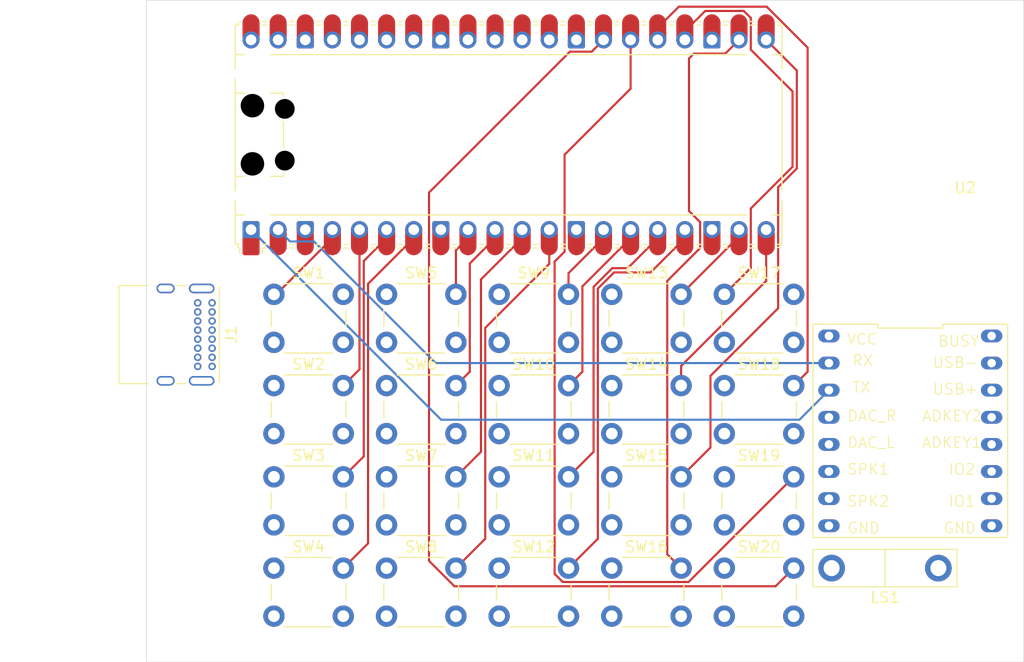
<source format=kicad_pcb>
(kicad_pcb (version 20241229) (generator "pcbnew") (generator_version "9.0")
  (layers (0 "F.Cu" signal) (4 "In1.Cu" signal) (6 "In2.Cu" signal) (2 "B.Cu" signal) (13 "F.Paste" user) (15 "B.Paste" user) (5 "F.SilkS" user "F.Silkscreen") (7 "B.SilkS" user "B.Silkscreen") (1 "F.Mask" user) (3 "B.Mask" user) (25 "Edge.Cuts" user))
  (net 0 "")
  (net 1 "GND1")
  (net 2 "SW6")
  (net 3 "SW18")
  (net 4 "Tx")
  (net 5 "SW1")
  (net 6 "VCC1")
  (net 8 "SW15")
  (net 11 "SW10")
  (net 12 "SW19")
  (net 13 "SW4")
  (net 14 "SW12")
  (net 15 "SW9")
  (net 17 "SW17")
  (net 19 "SW7")
  (net 20 "SW8")
  (net 22 "SW2")
  (net 23 "SW20")
  (net 24 "SW5")
  (net 25 "Rx")
  (net 26 "SW3")
  (net 29 "SW11")
  (net 30 "SW16")
  (net 31 "VCC")
  (net 32 "SW13")
  (net 33 "SW14")
  (net 38 "SPK2")
  (net 39 "SPK1")
  (footprint "Button_Switch_THT:SW_PUSH_6mm_H4.3mm" (layer "F.Cu") (at 135.95 76.1)
    (property "Reference" "SW2" (at 3.25 -2 0) (layer "F.SilkS"))
    (property "Value" "SW_Push")
    (pad "1" thru_hole circle (at 0 0 90) (size 2 2) (drill 1.1) (layers "*.Cu" "*.Mask") (net 22 "SW2"))
    (pad "1" thru_hole circle (at 6.5 0 90) (size 2 2) (drill 1.1) (layers "*.Cu" "*.Mask") (net 22 "SW2"))
    (pad "2" thru_hole circle (at 0 4.5 90) (size 2 2) (drill 1.1) (layers "*.Cu" "*.Mask") (net 1 "GND1"))
    (pad "2" thru_hole circle (at 6.5 4.5 90) (size 2 2) (drill 1.1) (layers "*.Cu" "*.Mask") (net 1 "GND1"))
  )
  (footprint "Button_Switch_THT:SW_PUSH_6mm_H4.3mm" (layer "F.Cu") (at 178.15 93.2)
    (property "Reference" "SW20" (at 3.25 -2 0) (layer "F.SilkS"))
    (property "Value" "SW_Push")
    (pad "1" thru_hole circle (at 0 0 90) (size 2 2) (drill 1.1) (layers "*.Cu" "*.Mask") (net 23 "SW20"))
    (pad "1" thru_hole circle (at 6.5 0 90) (size 2 2) (drill 1.1) (layers "*.Cu" "*.Mask") (net 23 "SW20"))
    (pad "2" thru_hole circle (at 0 4.5 90) (size 2 2) (drill 1.1) (layers "*.Cu" "*.Mask") (net 1 "GND1"))
    (pad "2" thru_hole circle (at 6.5 4.5 90) (size 2 2) (drill 1.1) (layers "*.Cu" "*.Mask") (net 1 "GND1"))
  )
  (footprint "Button_Switch_THT:SW_PUSH_6mm_H4.3mm" (layer "F.Cu") (at 167.6 76.1)
    (property "Reference" "SW14" (at 3.25 -2 0) (layer "F.SilkS"))
    (property "Value" "SW_Push")
    (pad "1" thru_hole circle (at 0 0 90) (size 2 2) (drill 1.1) (layers "*.Cu" "*.Mask") (net 33 "SW14"))
    (pad "1" thru_hole circle (at 6.5 0 90) (size 2 2) (drill 1.1) (layers "*.Cu" "*.Mask") (net 33 "SW14"))
    (pad "2" thru_hole circle (at 0 4.5 90) (size 2 2) (drill 1.1) (layers "*.Cu" "*.Mask") (net 1 "GND1"))
    (pad "2" thru_hole circle (at 6.5 4.5 90) (size 2 2) (drill 1.1) (layers "*.Cu" "*.Mask") (net 1 "GND1"))
  )
  (footprint "Button_Switch_THT:SW_PUSH_6mm_H4.3mm" (layer "F.Cu") (at 146.5 93.2)
    (property "Reference" "SW8" (at 3.25 -2 0) (layer "F.SilkS"))
    (property "Value" "SW_Push")
    (pad "1" thru_hole circle (at 0 0 90) (size 2 2) (drill 1.1) (layers "*.Cu" "*.Mask") (net 20 "SW8"))
    (pad "1" thru_hole circle (at 6.5 0 90) (size 2 2) (drill 1.1) (layers "*.Cu" "*.Mask") (net 20 "SW8"))
    (pad "2" thru_hole circle (at 0 4.5 90) (size 2 2) (drill 1.1) (layers "*.Cu" "*.Mask") (net 1 "GND1"))
    (pad "2" thru_hole circle (at 6.5 4.5 90) (size 2 2) (drill 1.1) (layers "*.Cu" "*.Mask") (net 1 "GND1"))
  )
  (footprint "Button_Switch_THT:SW_PUSH_6mm_H4.3mm" (layer "F.Cu") (at 135.95 93.2)
    (property "Reference" "SW4" (at 3.25 -2 0) (layer "F.SilkS"))
    (property "Value" "SW_Push")
    (pad "1" thru_hole circle (at 0 0 90) (size 2 2) (drill 1.1) (layers "*.Cu" "*.Mask") (net 13 "SW4"))
    (pad "1" thru_hole circle (at 6.5 0 90) (size 2 2) (drill 1.1) (layers "*.Cu" "*.Mask") (net 13 "SW4"))
    (pad "2" thru_hole circle (at 0 4.5 90) (size 2 2) (drill 1.1) (layers "*.Cu" "*.Mask") (net 1 "GND1"))
    (pad "2" thru_hole circle (at 6.5 4.5 90) (size 2 2) (drill 1.1) (layers "*.Cu" "*.Mask") (net 1 "GND1"))
  )
  (footprint "Button_Switch_THT:SW_PUSH_6mm_H4.3mm" (layer "F.Cu") (at 178.15 76.1)
    (property "Reference" "SW18" (at 3.25 -2 0) (layer "F.SilkS"))
    (property "Value" "SW_Push")
    (pad "1" thru_hole circle (at 0 0 90) (size 2 2) (drill 1.1) (layers "*.Cu" "*.Mask") (net 3 "SW18"))
    (pad "1" thru_hole circle (at 6.5 0 90) (size 2 2) (drill 1.1) (layers "*.Cu" "*.Mask") (net 3 "SW18"))
    (pad "2" thru_hole circle (at 0 4.5 90) (size 2 2) (drill 1.1) (layers "*.Cu" "*.Mask") (net 1 "GND1"))
    (pad "2" thru_hole circle (at 6.5 4.5 90) (size 2 2) (drill 1.1) (layers "*.Cu" "*.Mask") (net 1 "GND1"))
  )
  (footprint "Connector_USB:USB_C_Receptacle_GCT_USB4085" (layer "F.Cu") (at 130.16 68.35 -90)
    (property "Reference" "J1" (at 2.975 -1.8 90) (layer "F.SilkS"))
    (property "Value" "USB_C_Receptacle_PowerOnly_6P")
    (pad "A1" thru_hole circle (at 0 0 270) (size 0.7 0.7) (drill 0.4) (layers "*.Cu" "*.Mask"))
    (pad "A4" thru_hole circle (at 0.85 0 270) (size 0.7 0.7) (drill 0.4) (layers "*.Cu" "*.Mask"))
    (pad "A5" thru_hole circle (at 1.7 0 270) (size 0.7 0.7) (drill 0.4) (layers "*.Cu" "*.Mask"))
    (pad "A6" thru_hole circle (at 2.55 0 270) (size 0.7 0.7) (drill 0.4) (layers "*.Cu" "*.Mask"))
    (pad "A7" thru_hole circle (at 3.4 0 270) (size 0.7 0.7) (drill 0.4) (layers "*.Cu" "*.Mask"))
    (pad "A8" thru_hole circle (at 4.25 0 270) (size 0.7 0.7) (drill 0.4) (layers "*.Cu" "*.Mask"))
    (pad "A9" thru_hole circle (at 5.1 0 270) (size 0.7 0.7) (drill 0.4) (layers "*.Cu" "*.Mask") (net 6 "VCC1"))
    (pad "A12" thru_hole circle (at 5.95 0 270) (size 0.7 0.7) (drill 0.4) (layers "*.Cu" "*.Mask") (net 1 "GND1"))
    (pad "B1" thru_hole circle (at 5.95 1.35 270) (size 0.7 0.7) (drill 0.4) (layers "*.Cu" "*.Mask"))
    (pad "B4" thru_hole circle (at 5.1 1.35 270) (size 0.7 0.7) (drill 0.4) (layers "*.Cu" "*.Mask"))
    (pad "B5" thru_hole circle (at 4.25 1.35 270) (size 0.7 0.7) (drill 0.4) (layers "*.Cu" "*.Mask"))
    (pad "B6" thru_hole circle (at 3.4 1.35 270) (size 0.7 0.7) (drill 0.4) (layers "*.Cu" "*.Mask"))
    (pad "B7" thru_hole circle (at 2.55 1.35 270) (size 0.7 0.7) (drill 0.4) (layers "*.Cu" "*.Mask"))
    (pad "B8" thru_hole circle (at 1.7 1.35 270) (size 0.7 0.7) (drill 0.4) (layers "*.Cu" "*.Mask"))
    (pad "B9" thru_hole circle (at 0.85 1.35 270) (size 0.7 0.7) (drill 0.4) (layers "*.Cu" "*.Mask") (net 6 "VCC1"))
    (pad "B12" thru_hole circle (at 0 1.35 270) (size 0.7 0.7) (drill 0.4) (layers "*.Cu" "*.Mask") (net 1 "GND1"))
    (pad "S1" thru_hole oval (at -1.35 0.98 270) (size 0.9 2.4) (drill oval 0.6 2.1) (layers "*.Cu" "*.Mask"))
    (pad "S1" thru_hole oval (at -1.35 4.36 270) (size 0.9 1.7) (drill oval 0.6 1.4) (layers "*.Cu" "*.Mask"))
    (pad "S1" thru_hole oval (at 7.3 0.98 270) (size 0.9 2.4) (drill oval 0.6 2.1) (layers "*.Cu" "*.Mask"))
    (pad "S1" thru_hole oval (at 7.3 4.36 270) (size 0.9 1.7) (drill oval 0.6 1.4) (layers "*.Cu" "*.Mask"))
  )
  (footprint "Button_Switch_THT:SW_PUSH_6mm_H4.3mm" (layer "F.Cu") (at 167.6 93.2)
    (property "Reference" "SW16" (at 3.25 -2 0) (layer "F.SilkS"))
    (property "Value" "SW_Push")
    (pad "1" thru_hole circle (at 0 0 90) (size 2 2) (drill 1.1) (layers "*.Cu" "*.Mask") (net 30 "SW16"))
    (pad "1" thru_hole circle (at 6.5 0 90) (size 2 2) (drill 1.1) (layers "*.Cu" "*.Mask") (net 30 "SW16"))
    (pad "2" thru_hole circle (at 0 4.5 90) (size 2 2) (drill 1.1) (layers "*.Cu" "*.Mask") (net 1 "GND1"))
    (pad "2" thru_hole circle (at 6.5 4.5 90) (size 2 2) (drill 1.1) (layers "*.Cu" "*.Mask") (net 1 "GND1"))
  )
  (footprint "Misc:DFPlayer Mini" (layer "F.Cu") (at 195.61 80.03)
    (property "Reference" "U2" (at 5.11 -22.475 0) (layer "F.SilkS"))
    (property "Value" "~")
    (fp_text user "ADKEY2" (at 1 -0.5 0) (layer "F.SilkS") (effects (font (thickness 0.1)) (justify left bottom)))
    (fp_text user "IO2" (at 3.5 4.5 0) (layer "F.SilkS") (effects (font (thickness 0.1)) (justify left bottom)))
    (fp_text user "RX" (at -5.54 -5.69 0) (layer "F.SilkS") (effects (font (thickness 0.1)) (justify left bottom)))
    (fp_text user "USB-" (at 2 -5.5 0) (layer "F.SilkS") (effects (font (thickness 0.1)) (justify left bottom)))
    (fp_text user "BUSY" (at 2.5 -7.5 0) (layer "F.SilkS") (effects (font (thickness 0.1)) (justify left bottom)))
    (fp_text user "SPK2" (at -6 7.5 0) (layer "F.SilkS") (effects (font (thickness 0.1)) (justify left bottom)))
    (fp_text user "DAC_R" (at -6 -0.5 0) (layer "F.SilkS") (effects (font (thickness 0.1)) (justify left bottom)))
    (fp_text user "GND" (at -6 10 0) (layer "F.SilkS") (effects (font (thickness 0.1)) (justify left bottom)))
    (fp_text user "ADKEY1" (at 1 2 0) (layer "F.SilkS") (effects (font (thickness 0.1)) (justify left bottom)))
    (fp_text user "GND" (at 3 10 0) (layer "F.SilkS") (effects (font (thickness 0.1)) (justify left bottom)))
    (fp_text user "USB+" (at 2 -3 0) (layer "F.SilkS") (effects (font (thickness 0.1)) (justify left bottom)))
    (fp_text user "VCC" (at -6.04 -7.69 0) (layer "F.SilkS") (effects (font (thickness 0.1)) (justify left bottom)))
    (fp_text user "IO1" (at 3.5 7.5 0) (layer "F.SilkS") (effects (font (thickness 0.1)) (justify left bottom)))
    (fp_text user "TX" (at -5.54 -3.19 0) (layer "F.SilkS") (effects (font (thickness 0.1)) (justify left bottom)))
    (fp_text user "DAC_L" (at -6 2 0) (layer "F.SilkS") (effects (font (thickness 0.1)) (justify left bottom)))
    (fp_text user "SPK1" (at -6 4.5 0) (layer "F.SilkS") (effects (font (thickness 0.1)) (justify left bottom)))
    (pad "1" thru_hole oval (at -7.66 -8.58 270) (size 1.2 2) (drill 0.8) (layers "*.Cu" "*.Mask") (net 31 "VCC"))
    (pad "2" thru_hole oval (at -7.66 -6.04 270) (size 1.2 2) (drill 0.8) (layers "*.Cu" "*.Mask") (net 4 "Tx"))
    (pad "3" thru_hole oval (at -7.66 -3.5 270) (size 1.2 2) (drill 0.8) (layers "*.Cu" "*.Mask") (net 25 "Rx"))
    (pad "4" thru_hole oval (at -7.66 -0.96 270) (size 1.2 2) (drill 0.8) (layers "*.Cu" "*.Mask"))
    (pad "5" thru_hole oval (at -7.66 1.58 270) (size 1.2 2) (drill 0.8) (layers "*.Cu" "*.Mask"))
    (pad "6" thru_hole oval (at -7.66 4.12 270) (size 1.2 2) (drill 0.8) (layers "*.Cu" "*.Mask") (net 39 "SPK1"))
    (pad "7" thru_hole oval (at -7.66 6.66 270) (size 1.2 2) (drill 0.8) (layers "*.Cu" "*.Mask") (net 38 "SPK2"))
    (pad "8" thru_hole oval (at -7.66 9.2 270) (size 1.2 2) (drill 0.8) (layers "*.Cu" "*.Mask") (net 1 "GND1"))
    (pad "9" thru_hole oval (at 7.58 9.2 270) (size 1.2 2) (drill 0.8) (layers "*.Cu" "*.Mask") (net 1 "GND1"))
    (pad "10" thru_hole oval (at 7.58 6.66 270) (size 1.2 2) (drill 0.8) (layers "*.Cu" "*.Mask"))
    (pad "11" thru_hole oval (at 7.58 4.12 270) (size 1.2 2) (drill 0.8) (layers "*.Cu" "*.Mask"))
    (pad "12" thru_hole oval (at 7.58 1.58 270) (size 1.2 2) (drill 0.8) (layers "*.Cu" "*.Mask"))
    (pad "13" thru_hole oval (at 7.58 -0.96 270) (size 1.2 2) (drill 0.8) (layers "*.Cu" "*.Mask"))
    (pad "14" thru_hole oval (at 7.58 -3.5 270) (size 1.2 2) (drill 0.8) (layers "*.Cu" "*.Mask"))
    (pad "15" thru_hole oval (at 7.58 -6.04 270) (size 1.2 2) (drill 0.8) (layers "*.Cu" "*.Mask"))
    (pad "16" thru_hole oval (at 7.58 -8.58 270) (size 1.2 2) (drill 0.8) (layers "*.Cu" "*.Mask"))
  )
  (footprint "Button_Switch_THT:SW_PUSH_6mm_H4.3mm" (layer "F.Cu") (at 135.95 67.55)
    (property "Reference" "SW1" (at 3.25 -2 0) (layer "F.SilkS"))
    (property "Value" "SW_Push")
    (pad "1" thru_hole circle (at 0 0 90) (size 2 2) (drill 1.1) (layers "*.Cu" "*.Mask") (net 5 "SW1"))
    (pad "1" thru_hole circle (at 6.5 0 90) (size 2 2) (drill 1.1) (layers "*.Cu" "*.Mask") (net 5 "SW1"))
    (pad "2" thru_hole circle (at 0 4.5 90) (size 2 2) (drill 1.1) (layers "*.Cu" "*.Mask") (net 1 "GND1"))
    (pad "2" thru_hole circle (at 6.5 4.5 90) (size 2 2) (drill 1.1) (layers "*.Cu" "*.Mask") (net 1 "GND1"))
  )
  (footprint "Button_Switch_THT:SW_PUSH_6mm_H4.3mm" (layer "F.Cu") (at 167.6 67.55)
    (property "Reference" "SW13" (at 3.25 -2 0) (layer "F.SilkS"))
    (property "Value" "SW_Push")
    (pad "1" thru_hole circle (at 0 0 90) (size 2 2) (drill 1.1) (layers "*.Cu" "*.Mask") (net 32 "SW13"))
    (pad "1" thru_hole circle (at 6.5 0 90) (size 2 2) (drill 1.1) (layers "*.Cu" "*.Mask") (net 32 "SW13"))
    (pad "2" thru_hole circle (at 0 4.5 90) (size 2 2) (drill 1.1) (layers "*.Cu" "*.Mask") (net 1 "GND1"))
    (pad "2" thru_hole circle (at 6.5 4.5 90) (size 2 2) (drill 1.1) (layers "*.Cu" "*.Mask") (net 1 "GND1"))
  )
  (footprint "Button_Switch_THT:SW_PUSH_6mm_H4.3mm" (layer "F.Cu") (at 157.05 84.65)
    (property "Reference" "SW11" (at 3.25 -2 0) (layer "F.SilkS"))
    (property "Value" "SW_Push")
    (pad "1" thru_hole circle (at 0 0 90) (size 2 2) (drill 1.1) (layers "*.Cu" "*.Mask") (net 29 "SW11"))
    (pad "1" thru_hole circle (at 6.5 0 90) (size 2 2) (drill 1.1) (layers "*.Cu" "*.Mask") (net 29 "SW11"))
    (pad "2" thru_hole circle (at 0 4.5 90) (size 2 2) (drill 1.1) (layers "*.Cu" "*.Mask") (net 1 "GND1"))
    (pad "2" thru_hole circle (at 6.5 4.5 90) (size 2 2) (drill 1.1) (layers "*.Cu" "*.Mask") (net 1 "GND1"))
  )
  (footprint "Button_Switch_THT:SW_PUSH_6mm_H4.3mm" (layer "F.Cu") (at 157.05 76.1)
    (property "Reference" "SW10" (at 3.25 -2 0) (layer "F.SilkS"))
    (property "Value" "SW_Push")
    (pad "1" thru_hole circle (at 0 0 90) (size 2 2) (drill 1.1) (layers "*.Cu" "*.Mask") (net 11 "SW10"))
    (pad "1" thru_hole circle (at 6.5 0 90) (size 2 2) (drill 1.1) (layers "*.Cu" "*.Mask") (net 11 "SW10"))
    (pad "2" thru_hole circle (at 0 4.5 90) (size 2 2) (drill 1.1) (layers "*.Cu" "*.Mask") (net 1 "GND1"))
    (pad "2" thru_hole circle (at 6.5 4.5 90) (size 2 2) (drill 1.1) (layers "*.Cu" "*.Mask") (net 1 "GND1"))
  )
  (footprint "Button_Switch_THT:SW_PUSH_6mm_H4.3mm" (layer "F.Cu") (at 146.5 67.55)
    (property "Reference" "SW5" (at 3.25 -2 0) (layer "F.SilkS"))
    (property "Value" "SW_Push")
    (pad "1" thru_hole circle (at 0 0 90) (size 2 2) (drill 1.1) (layers "*.Cu" "*.Mask") (net 24 "SW5"))
    (pad "1" thru_hole circle (at 6.5 0 90) (size 2 2) (drill 1.1) (layers "*.Cu" "*.Mask") (net 24 "SW5"))
    (pad "2" thru_hole circle (at 0 4.5 90) (size 2 2) (drill 1.1) (layers "*.Cu" "*.Mask") (net 1 "GND1"))
    (pad "2" thru_hole circle (at 6.5 4.5 90) (size 2 2) (drill 1.1) (layers "*.Cu" "*.Mask") (net 1 "GND1"))
  )
  (footprint "Button_Switch_THT:SW_PUSH_6mm_H4.3mm" (layer "F.Cu") (at 178.15 84.65)
    (property "Reference" "SW19" (at 3.25 -2 0) (layer "F.SilkS"))
    (property "Value" "SW_Push")
    (pad "1" thru_hole circle (at 0 0 90) (size 2 2) (drill 1.1) (layers "*.Cu" "*.Mask") (net 12 "SW19"))
    (pad "1" thru_hole circle (at 6.5 0 90) (size 2 2) (drill 1.1) (layers "*.Cu" "*.Mask") (net 12 "SW19"))
    (pad "2" thru_hole circle (at 0 4.5 90) (size 2 2) (drill 1.1) (layers "*.Cu" "*.Mask") (net 1 "GND1"))
    (pad "2" thru_hole circle (at 6.5 4.5 90) (size 2 2) (drill 1.1) (layers "*.Cu" "*.Mask") (net 1 "GND1"))
  )
  (footprint "Button_Switch_THT:SW_PUSH_6mm_H4.3mm" (layer "F.Cu") (at 157.05 93.2)
    (property "Reference" "SW12" (at 3.25 -2 0) (layer "F.SilkS"))
    (property "Value" "SW_Push")
    (pad "1" thru_hole circle (at 0 0 90) (size 2 2) (drill 1.1) (layers "*.Cu" "*.Mask") (net 14 "SW12"))
    (pad "1" thru_hole circle (at 6.5 0 90) (size 2 2) (drill 1.1) (layers "*.Cu" "*.Mask") (net 14 "SW12"))
    (pad "2" thru_hole circle (at 0 4.5 90) (size 2 2) (drill 1.1) (layers "*.Cu" "*.Mask") (net 1 "GND1"))
    (pad "2" thru_hole circle (at 6.5 4.5 90) (size 2 2) (drill 1.1) (layers "*.Cu" "*.Mask") (net 1 "GND1"))
  )
  (footprint "Button_Switch_THT:SW_PUSH_6mm_H4.3mm" (layer "F.Cu") (at 135.95 84.65)
    (property "Reference" "SW3" (at 3.25 -2 0) (layer "F.SilkS"))
    (property "Value" "SW_Push")
    (pad "1" thru_hole circle (at 0 0 90) (size 2 2) (drill 1.1) (layers "*.Cu" "*.Mask") (net 26 "SW3"))
    (pad "1" thru_hole circle (at 6.5 0 90) (size 2 2) (drill 1.1) (layers "*.Cu" "*.Mask") (net 26 "SW3"))
    (pad "2" thru_hole circle (at 0 4.5 90) (size 2 2) (drill 1.1) (layers "*.Cu" "*.Mask") (net 1 "GND1"))
    (pad "2" thru_hole circle (at 6.5 4.5 90) (size 2 2) (drill 1.1) (layers "*.Cu" "*.Mask") (net 1 "GND1"))
  )
  (footprint "Button_Switch_THT:SW_PUSH_6mm_H4.3mm" (layer "F.Cu") (at 167.6 84.65)
    (property "Reference" "SW15" (at 3.25 -2 0) (layer "F.SilkS"))
    (property "Value" "SW_Push")
    (pad "1" thru_hole circle (at 0 0 90) (size 2 2) (drill 1.1) (layers "*.Cu" "*.Mask") (net 8 "SW15"))
    (pad "1" thru_hole circle (at 6.5 0 90) (size 2 2) (drill 1.1) (layers "*.Cu" "*.Mask") (net 8 "SW15"))
    (pad "2" thru_hole circle (at 0 4.5 90) (size 2 2) (drill 1.1) (layers "*.Cu" "*.Mask") (net 1 "GND1"))
    (pad "2" thru_hole circle (at 6.5 4.5 90) (size 2 2) (drill 1.1) (layers "*.Cu" "*.Mask") (net 1 "GND1"))
  )
  (footprint "Button_Switch_THT:SW_PUSH_6mm_H4.3mm" (layer "F.Cu") (at 157.05 67.55)
    (property "Reference" "SW9" (at 3.25 -2 0) (layer "F.SilkS"))
    (property "Value" "SW_Push")
    (pad "1" thru_hole circle (at 0 0 90) (size 2 2) (drill 1.1) (layers "*.Cu" "*.Mask") (net 15 "SW9"))
    (pad "1" thru_hole circle (at 6.5 0 90) (size 2 2) (drill 1.1) (layers "*.Cu" "*.Mask") (net 15 "SW9"))
    (pad "2" thru_hole circle (at 0 4.5 90) (size 2 2) (drill 1.1) (layers "*.Cu" "*.Mask") (net 1 "GND1"))
    (pad "2" thru_hole circle (at 6.5 4.5 90) (size 2 2) (drill 1.1) (layers "*.Cu" "*.Mask") (net 1 "GND1"))
  )
  (footprint "Button_Switch_THT:SW_PUSH_6mm_H4.3mm" (layer "F.Cu") (at 146.5 84.65)
    (property "Reference" "SW7" (at 3.25 -2 0) (layer "F.SilkS"))
    (property "Value" "SW_Push")
    (pad "1" thru_hole circle (at 0 0 90) (size 2 2) (drill 1.1) (layers "*.Cu" "*.Mask") (net 19 "SW7"))
    (pad "1" thru_hole circle (at 6.5 0 90) (size 2 2) (drill 1.1) (layers "*.Cu" "*.Mask") (net 19 "SW7"))
    (pad "2" thru_hole circle (at 0 4.5 90) (size 2 2) (drill 1.1) (layers "*.Cu" "*.Mask") (net 1 "GND1"))
    (pad "2" thru_hole circle (at 6.5 4.5 90) (size 2 2) (drill 1.1) (layers "*.Cu" "*.Mask") (net 1 "GND1"))
  )
  (footprint "Button_Switch_THT:SW_PUSH_6mm_H4.3mm" (layer "F.Cu") (at 178.15 67.55)
    (property "Reference" "SW17" (at 3.25 -2 0) (layer "F.SilkS"))
    (property "Value" "SW_Push")
    (pad "1" thru_hole circle (at 0 0 90) (size 2 2) (drill 1.1) (layers "*.Cu" "*.Mask") (net 17 "SW17"))
    (pad "1" thru_hole circle (at 6.5 0 90) (size 2 2) (drill 1.1) (layers "*.Cu" "*.Mask") (net 17 "SW17"))
    (pad "2" thru_hole circle (at 0 4.5 90) (size 2 2) (drill 1.1) (layers "*.Cu" "*.Mask") (net 1 "GND1"))
    (pad "2" thru_hole circle (at 6.5 4.5 90) (size 2 2) (drill 1.1) (layers "*.Cu" "*.Mask") (net 1 "GND1"))
  )
  (footprint "Module:RaspberryPi_Pico_Common_Unspecified" (layer "F.Cu") (at 157.9375 52.6 90)
    (property "Reference" "A1" (hide yes))
    (property "Value" "RaspberryPi_Pico")
    (pad "" np_thru_hole circle (at -2.725 -24 90) (size 2.2 2.2) (drill 2.2) (layers "*.Mask"))
    (pad "" np_thru_hole circle (at -2.425 -20.97 90) (size 1.85 1.85) (drill 1.85) (layers "*.Mask"))
    (pad "" np_thru_hole circle (at 2.425 -20.97 90) (size 1.85 1.85) (drill 1.85) (layers "*.Mask"))
    (pad "" np_thru_hole circle (at 2.725 -24 90) (size 2.2 2.2) (drill 2.2) (layers "*.Mask"))
    (pad "1" smd custom (at -9.69 -24.13 90) (size 1.6 0.8) (layers "F.Cu" "F.Mask") (net 25 "Rx") (options (clearance outline) (anchor rect)) (primitives (gr_circle (center 0.8 0) (end 1.6 0) (width 0) (fill yes)) (gr_poly (pts (xy -1.6 -0.6) (xy -1.6 0.6) (xy -1.4 0.8) (xy 0.8 0.8) (xy 0.8 -0.8) (xy -1.4 -0.8)) (width 0) (fill yes)) (gr_circle (center -1.4 -0.6) (end -1.2 -0.6) (width 0) (fill yes)) (gr_circle (center -1.4 0.6) (end -1.2 0.6) (width 0) (fill yes))))
    (pad "1" thru_hole roundrect (at -8.89 -24.13 90) (size 1.6 1.6) (drill 1) (layers "*.Cu" "*.Mask") (roundrect_rratio 0.125) (net 25 "Rx"))
    (pad "2" smd roundrect (at -9.69 -21.59 90) (size 3.2 1.6) (layers "F.Cu" "F.Mask") (roundrect_rratio 0.5) (net 4 "Tx"))
    (pad "2" thru_hole circle (at -8.89 -21.59 90) (size 1.6 1.6) (drill 1) (layers "*.Cu" "*.Mask") (net 4 "Tx"))
    (pad "3" smd custom (at -9.69 -19.05 90) (size 1.6 0.8) (layers "F.Cu" "F.Mask") (net 1 "GND1") (options (clearance outline) (anchor rect)) (primitives (gr_circle (center -0.8 0) (end 0 0) (width 0) (fill yes)) (gr_poly (pts (xy 1.6 -0.6) (xy 1.6 0.6) (xy 1.4 0.8) (xy -0.8 0.8) (xy -0.8 -0.8) (xy 1.4 -0.8)) (width 0) (fill yes)) (gr_circle (center 1.4 -0.6) (end 1.6 -0.6) (width 0) (fill yes)) (gr_circle (center 1.4 0.6) (end 1.6 0.6) (width 0) (fill yes))))
    (pad "3" thru_hole custom (at -8.89 -19.05 90) (size 1.6 1.6) (drill 1) (layers "*.Cu" "*.Mask") (net 1 "GND1") (options (clearance outline) (anchor circle)) (primitives (gr_poly (pts (xy 0.8 0.6) (xy 0.8 -0.6) (xy 0.6 -0.8) (xy 0 -0.8) (xy 0 0.8) (xy 0.6 0.8)) (width 0) (fill yes)) (gr_circle (center 0.6 0.6) (end 0.8 0.6) (width 0) (fill yes)) (gr_circle (center 0.6 -0.6) (end 0.8 -0.6) (width 0) (fill yes))))
    (pad "4" smd roundrect (at -9.69 -16.51 90) (size 3.2 1.6) (layers "F.Cu" "F.Mask") (roundrect_rratio 0.5) (net 5 "SW1"))
    (pad "4" thru_hole circle (at -8.89 -16.51 90) (size 1.6 1.6) (drill 1) (layers "*.Cu" "*.Mask") (net 5 "SW1"))
    (pad "5" smd roundrect (at -9.69 -13.97 90) (size 3.2 1.6) (layers "F.Cu" "F.Mask") (roundrect_rratio 0.5) (net 22 "SW2"))
    (pad "5" thru_hole circle (at -8.89 -13.97 90) (size 1.6 1.6) (drill 1) (layers "*.Cu" "*.Mask") (net 22 "SW2"))
    (pad "6" smd roundrect (at -9.69 -11.43 90) (size 3.2 1.6) (layers "F.Cu" "F.Mask") (roundrect_rratio 0.5) (net 26 "SW3"))
    (pad "6" thru_hole circle (at -8.89 -11.43 90) (size 1.6 1.6) (drill 1) (layers "*.Cu" "*.Mask") (net 26 "SW3"))
    (pad "7" smd roundrect (at -9.69 -8.89 90) (size 3.2 1.6) (layers "F.Cu" "F.Mask") (roundrect_rratio 0.5) (net 13 "SW4"))
    (pad "7" thru_hole circle (at -8.89 -8.89 90) (size 1.6 1.6) (drill 1) (layers "*.Cu" "*.Mask") (net 13 "SW4"))
    (pad "8" smd custom (at -9.69 -6.35 90) (size 1.6 0.8) (layers "F.Cu" "F.Mask") (net 1 "GND1") (options (clearance outline) (anchor rect)) (primitives (gr_circle (center -0.8 0) (end 0 0) (width 0) (fill yes)) (gr_poly (pts (xy 1.6 -0.6) (xy 1.6 0.6) (xy 1.4 0.8) (xy -0.8 0.8) (xy -0.8 -0.8) (xy 1.4 -0.8)) (width 0) (fill yes)) (gr_circle (center 1.4 -0.6) (end 1.6 -0.6) (width 0) (fill yes)) (gr_circle (center 1.4 0.6) (end 1.6 0.6) (width 0) (fill yes))))
    (pad "8" thru_hole custom (at -8.89 -6.35 90) (size 1.6 1.6) (drill 1) (layers "*.Cu" "*.Mask") (net 1 "GND1") (options (clearance outline) (anchor circle)) (primitives (gr_poly (pts (xy 0.8 0.6) (xy 0.8 -0.6) (xy 0.6 -0.8) (xy 0 -0.8) (xy 0 0.8) (xy 0.6 0.8)) (width 0) (fill yes)) (gr_circle (center 0.6 0.6) (end 0.8 0.6) (width 0) (fill yes)) (gr_circle (center 0.6 -0.6) (end 0.8 -0.6) (width 0) (fill yes))))
    (pad "9" smd roundrect (at -9.69 -3.81 90) (size 3.2 1.6) (layers "F.Cu" "F.Mask") (roundrect_rratio 0.5) (net 24 "SW5"))
    (pad "9" thru_hole circle (at -8.89 -3.81 90) (size 1.6 1.6) (drill 1) (layers "*.Cu" "*.Mask") (net 24 "SW5"))
    (pad "10" smd roundrect (at -9.69 -1.27 90) (size 3.2 1.6) (layers "F.Cu" "F.Mask") (roundrect_rratio 0.5) (net 2 "SW6"))
    (pad "10" thru_hole circle (at -8.89 -1.27 90) (size 1.6 1.6) (drill 1) (layers "*.Cu" "*.Mask") (net 2 "SW6"))
    (pad "11" smd roundrect (at -9.69 1.27 90) (size 3.2 1.6) (layers "F.Cu" "F.Mask") (roundrect_rratio 0.5) (net 19 "SW7"))
    (pad "11" thru_hole circle (at -8.89 1.27 90) (size 1.6 1.6) (drill 1) (layers "*.Cu" "*.Mask") (net 19 "SW7"))
    (pad "12" smd roundrect (at -9.69 3.81 90) (size 3.2 1.6) (layers "F.Cu" "F.Mask") (roundrect_rratio 0.5) (net 20 "SW8"))
    (pad "12" thru_hole circle (at -8.89 3.81 90) (size 1.6 1.6) (drill 1) (layers "*.Cu" "*.Mask") (net 20 "SW8"))
    (pad "13" smd custom (at -9.69 6.35 90) (size 1.6 0.8) (layers "F.Cu" "F.Mask") (net 1 "GND1") (options (clearance outline) (anchor rect)) (primitives (gr_circle (center -0.8 0) (end 0 0) (width 0) (fill yes)) (gr_poly (pts (xy 1.6 -0.6) (xy 1.6 0.6) (xy 1.4 0.8) (xy -0.8 0.8) (xy -0.8 -0.8) (xy 1.4 -0.8)) (width 0) (fill yes)) (gr_circle (center 1.4 -0.6) (end 1.6 -0.6) (width 0) (fill yes)) (gr_circle (center 1.4 0.6) (end 1.6 0.6) (width 0) (fill yes))))
    (pad "13" thru_hole custom (at -8.89 6.35 90) (size 1.6 1.6) (drill 1) (layers "*.Cu" "*.Mask") (net 1 "GND1") (options (clearance outline) (anchor circle)) (primitives (gr_poly (pts (xy 0.8 0.6) (xy 0.8 -0.6) (xy 0.6 -0.8) (xy 0 -0.8) (xy 0 0.8) (xy 0.6 0.8)) (width 0) (fill yes)) (gr_circle (center 0.6 0.6) (end 0.8 0.6) (width 0) (fill yes)) (gr_circle (center 0.6 -0.6) (end 0.8 -0.6) (width 0) (fill yes))))
    (pad "14" smd roundrect (at -9.69 8.89 90) (size 3.2 1.6) (layers "F.Cu" "F.Mask") (roundrect_rratio 0.5) (net 15 "SW9"))
    (pad "14" thru_hole circle (at -8.89 8.89 90) (size 1.6 1.6) (drill 1) (layers "*.Cu" "*.Mask") (net 15 "SW9"))
    (pad "15" smd roundrect (at -9.69 11.43 90) (size 3.2 1.6) (layers "F.Cu" "F.Mask") (roundrect_rratio 0.5) (net 11 "SW10"))
    (pad "15" thru_hole circle (at -8.89 11.43 90) (size 1.6 1.6) (drill 1) (layers "*.Cu" "*.Mask") (net 11 "SW10"))
    (pad "16" smd roundrect (at -9.69 13.97 90) (size 3.2 1.6) (layers "F.Cu" "F.Mask") (roundrect_rratio 0.5) (net 29 "SW11"))
    (pad "16" thru_hole circle (at -8.89 13.97 90) (size 1.6 1.6) (drill 1) (layers "*.Cu" "*.Mask") (net 29 "SW11"))
    (pad "17" smd roundrect (at -9.69 16.51 90) (size 3.2 1.6) (layers "F.Cu" "F.Mask") (roundrect_rratio 0.5) (net 14 "SW12"))
    (pad "17" thru_hole circle (at -8.89 16.51 90) (size 1.6 1.6) (drill 1) (layers "*.Cu" "*.Mask") (net 14 "SW12"))
    (pad "18" smd custom (at -9.69 19.05 90) (size 1.6 0.8) (layers "F.Cu" "F.Mask") (net 1 "GND1") (options (clearance outline) (anchor rect)) (primitives (gr_circle (center -0.8 0) (end 0 0) (width 0) (fill yes)) (gr_poly (pts (xy 1.6 -0.6) (xy 1.6 0.6) (xy 1.4 0.8) (xy -0.8 0.8) (xy -0.8 -0.8) (xy 1.4 -0.8)) (width 0) (fill yes)) (gr_circle (center 1.4 -0.6) (end 1.6 -0.6) (width 0) (fill yes)) (gr_circle (center 1.4 0.6) (end 1.6 0.6) (width 0) (fill yes))))
    (pad "18" thru_hole custom (at -8.89 19.05 90) (size 1.6 1.6) (drill 1) (layers "*.Cu" "*.Mask") (net 1 "GND1") (options (clearance outline) (anchor circle)) (primitives (gr_poly (pts (xy 0.8 0.6) (xy 0.8 -0.6) (xy 0.6 -0.8) (xy 0 -0.8) (xy 0 0.8) (xy 0.6 0.8)) (width 0) (fill yes)) (gr_circle (center 0.6 0.6) (end 0.8 0.6) (width 0) (fill yes)) (gr_circle (center 0.6 -0.6) (end 0.8 -0.6) (width 0) (fill yes))))
    (pad "19" smd roundrect (at -9.69 21.59 90) (size 3.2 1.6) (layers "F.Cu" "F.Mask") (roundrect_rratio 0.5) (net 32 "SW13"))
    (pad "19" thru_hole circle (at -8.89 21.59 90) (size 1.6 1.6) (drill 1) (layers "*.Cu" "*.Mask") (net 32 "SW13"))
    (pad "20" smd roundrect (at -9.69 24.13 90) (size 3.2 1.6) (layers "F.Cu" "F.Mask") (roundrect_rratio 0.5) (net 33 "SW14"))
    (pad "20" thru_hole circle (at -8.89 24.13 90) (size 1.6 1.6) (drill 1) (layers "*.Cu" "*.Mask") (net 33 "SW14"))
    (pad "21" thru_hole circle (at 8.89 24.13 90) (size 1.6 1.6) (drill 1) (layers "*.Cu" "*.Mask") (net 8 "SW15"))
    (pad "21" smd roundrect (at 9.69 24.13 90) (size 3.2 1.6) (layers "F.Cu" "F.Mask") (roundrect_rratio 0.5) (net 8 "SW15"))
    (pad "22" thru_hole circle (at 8.89 21.59 90) (size 1.6 1.6) (drill 1) (layers "*.Cu" "*.Mask") (net 30 "SW16"))
    (pad "22" smd roundrect (at 9.69 21.59 90) (size 3.2 1.6) (layers "F.Cu" "F.Mask") (roundrect_rratio 0.5) (net 30 "SW16"))
    (pad "23" thru_hole custom (at 8.89 19.05 90) (size 1.6 1.6) (drill 1) (layers "*.Cu" "*.Mask") (net 1 "GND1") (options (clearance outline) (anchor circle)) (primitives (gr_poly (pts (xy -0.8 0.6) (xy -0.8 -0.6) (xy -0.6 -0.8) (xy 0 -0.8) (xy 0 0.8) (xy -0.6 0.8)) (width 0) (fill yes)) (gr_circle (center -0.6 0.6) (end -0.4 0.6) (width 0) (fill yes)) (gr_circle (center -0.6 -0.6) (end -0.4 -0.6) (width 0) (fill yes))))
    (pad "23" smd custom (at 9.69 19.05 90) (size 1.6 0.8) (layers "F.Cu" "F.Mask") (net 1 "GND1") (options (clearance outline) (anchor rect)) (primitives (gr_circle (center 0.8 0) (end 1.6 0) (width 0) (fill yes)) (gr_poly (pts (xy -1.6 -0.6) (xy -1.6 0.6) (xy -1.4 0.8) (xy 0.8 0.8) (xy 0.8 -0.8) (xy -1.4 -0.8)) (width 0) (fill yes)) (gr_circle (center -1.4 -0.6) (end -1.2 -0.6) (width 0) (fill yes)) (gr_circle (center -1.4 0.6) (end -1.2 0.6) (width 0) (fill yes))))
    (pad "24" thru_hole circle (at 8.89 16.51 90) (size 1.6 1.6) (drill 1) (layers "*.Cu" "*.Mask") (net 17 "SW17"))
    (pad "24" smd roundrect (at 9.69 16.51 90) (size 3.2 1.6) (layers "F.Cu" "F.Mask") (roundrect_rratio 0.5) (net 17 "SW17"))
    (pad "25" thru_hole circle (at 8.89 13.97 90) (size 1.6 1.6) (drill 1) (layers "*.Cu" "*.Mask") (net 3 "SW18"))
    (pad "25" smd roundrect (at 9.69 13.97 90) (size 3.2 1.6) (layers "F.Cu" "F.Mask") (roundrect_rratio 0.5) (net 3 "SW18"))
    (pad "26" thru_hole circle (at 8.89 11.43 90) (size 1.6 1.6) (drill 1) (layers "*.Cu" "*.Mask") (net 12 "SW19"))
    (pad "26" smd roundrect (at 9.69 11.43 90) (size 3.2 1.6) (layers "F.Cu" "F.Mask") (roundrect_rratio 0.5) (net 12 "SW19"))
    (pad "27" thru_hole circle (at 8.89 8.89 90) (size 1.6 1.6) (drill 1) (layers "*.Cu" "*.Mask") (net 23 "SW20"))
    (pad "27" smd roundrect (at 9.69 8.89 90) (size 3.2 1.6) (layers "F.Cu" "F.Mask") (roundrect_rratio 0.5) (net 23 "SW20"))
    (pad "28" thru_hole custom (at 8.89 6.35 90) (size 1.6 1.6) (drill 1) (layers "*.Cu" "*.Mask") (net 1 "GND1") (options (clearance outline) (anchor circle)) (primitives (gr_poly (pts (xy -0.8 0.6) (xy -0.8 -0.6) (xy -0.6 -0.8) (xy 0 -0.8) (xy 0 0.8) (xy -0.6 0.8)) (width 0) (fill yes)) (gr_circle (center -0.6 0.6) (end -0.4 0.6) (width 0) (fill yes)) (gr_circle (center -0.6 -0.6) (end -0.4 -0.6) (width 0) (fill yes))))
    (pad "28" smd custom (at 9.69 6.35 90) (size 1.6 0.8) (layers "F.Cu" "F.Mask") (net 1 "GND1") (options (clearance outline) (anchor rect)) (primitives (gr_circle (center 0.8 0) (end 1.6 0) (width 0) (fill yes)) (gr_poly (pts (xy -1.6 -0.6) (xy -1.6 0.6) (xy -1.4 0.8) (xy 0.8 0.8) (xy 0.8 -0.8) (xy -1.4 -0.8)) (width 0) (fill yes)) (gr_circle (center -1.4 -0.6) (end -1.2 -0.6) (width 0) (fill yes)) (gr_circle (center -1.4 0.6) (end -1.2 0.6) (width 0) (fill yes))))
    (pad "29" thru_hole circle (at 8.89 3.81 90) (size 1.6 1.6) (drill 1) (layers "*.Cu" "*.Mask"))
    (pad "29" smd roundrect (at 9.69 3.81 90) (size 3.2 1.6) (layers "F.Cu" "F.Mask") (roundrect_rratio 0.5))
    (pad "30" thru_hole circle (at 8.89 1.27 90) (size 1.6 1.6) (drill 1) (layers "*.Cu" "*.Mask"))
    (pad "30" smd roundrect (at 9.69 1.27 90) (size 3.2 1.6) (layers "F.Cu" "F.Mask") (roundrect_rratio 0.5))
    (pad "31" thru_hole circle (at 8.89 -1.27 90) (size 1.6 1.6) (drill 1) (layers "*.Cu" "*.Mask"))
    (pad "31" smd roundrect (at 9.69 -1.27 90) (size 3.2 1.6) (layers "F.Cu" "F.Mask") (roundrect_rratio 0.5))
    (pad "32" thru_hole circle (at 8.89 -3.81 90) (size 1.6 1.6) (drill 1) (layers "*.Cu" "*.Mask"))
    (pad "32" smd roundrect (at 9.69 -3.81 90) (size 3.2 1.6) (layers "F.Cu" "F.Mask") (roundrect_rratio 0.5))
    (pad "33" thru_hole custom (at 8.89 -6.35 90) (size 1.6 1.6) (drill 1) (layers "*.Cu" "*.Mask") (options (clearance outline) (anchor circle)) (primitives (gr_poly (pts (xy -0.8 0.6) (xy -0.8 -0.6) (xy -0.6 -0.8) (xy 0 -0.8) (xy 0 0.8) (xy -0.6 0.8)) (width 0) (fill yes)) (gr_circle (center -0.6 0.6) (end -0.4 0.6) (width 0) (fill yes)) (gr_circle (center -0.6 -0.6) (end -0.4 -0.6) (width 0) (fill yes))))
    (pad "33" smd custom (at 9.69 -6.35 90) (size 1.6 0.8) (layers "F.Cu" "F.Mask") (options (clearance outline) (anchor rect)) (primitives (gr_circle (center 0.8 0) (end 1.6 0) (width 0) (fill yes)) (gr_poly (pts (xy -1.6 -0.6) (xy -1.6 0.6) (xy -1.4 0.8) (xy 0.8 0.8) (xy 0.8 -0.8) (xy -1.4 -0.8)) (width 0) (fill yes)) (gr_circle (center -1.4 -0.6) (end -1.2 -0.6) (width 0) (fill yes)) (gr_circle (center -1.4 0.6) (end -1.2 0.6) (width 0) (fill yes))))
    (pad "34" thru_hole circle (at 8.89 -8.89 90) (size 1.6 1.6) (drill 1) (layers "*.Cu" "*.Mask"))
    (pad "34" smd roundrect (at 9.69 -8.89 90) (size 3.2 1.6) (layers "F.Cu" "F.Mask") (roundrect_rratio 0.5))
    (pad "35" thru_hole circle (at 8.89 -11.43 90) (size 1.6 1.6) (drill 1) (layers "*.Cu" "*.Mask"))
    (pad "35" smd roundrect (at 9.69 -11.43 90) (size 3.2 1.6) (layers "F.Cu" "F.Mask") (roundrect_rratio 0.5))
    (pad "36" thru_hole circle (at 8.89 -13.97 90) (size 1.6 1.6) (drill 1) (layers "*.Cu" "*.Mask") (net 31 "VCC"))
    (pad "36" smd roundrect (at 9.69 -13.97 90) (size 3.2 1.6) (layers "F.Cu" "F.Mask") (roundrect_rratio 0.5) (net 31 "VCC"))
    (pad "37" thru_hole circle (at 8.89 -16.51 90) (size 1.6 1.6) (drill 1) (layers "*.Cu" "*.Mask"))
    (pad "37" smd roundrect (at 9.69 -16.51 90) (size 3.2 1.6) (layers "F.Cu" "F.Mask") (roundrect_rratio 0.5))
    (pad "38" thru_hole custom (at 8.89 -19.05 90) (size 1.6 1.6) (drill 1) (layers "*.Cu" "*.Mask") (net 1 "GND1") (options (clearance outline) (anchor circle)) (primitives (gr_poly (pts (xy -0.8 0.6) (xy -0.8 -0.6) (xy -0.6 -0.8) (xy 0 -0.8) (xy 0 0.8) (xy -0.6 0.8)) (width 0) (fill yes)) (gr_circle (center -0.6 0.6) (end -0.4 0.6) (width 0) (fill yes)) (gr_circle (center -0.6 -0.6) (end -0.4 -0.6) (width 0) (fill yes))))
    (pad "38" smd custom (at 9.69 -19.05 90) (size 1.6 0.8) (layers "F.Cu" "F.Mask") (net 1 "GND1") (options (clearance outline) (anchor rect)) (primitives (gr_circle (center 0.8 0) (end 1.6 0) (width 0) (fill yes)) (gr_poly (pts (xy -1.6 -0.6) (xy -1.6 0.6) (xy -1.4 0.8) (xy 0.8 0.8) (xy 0.8 -0.8) (xy -1.4 -0.8)) (width 0) (fill yes)) (gr_circle (center -1.4 -0.6) (end -1.2 -0.6) (width 0) (fill yes)) (gr_circle (center -1.4 0.6) (end -1.2 0.6) (width 0) (fill yes))))
    (pad "39" thru_hole circle (at 8.89 -21.59 90) (size 1.6 1.6) (drill 1) (layers "*.Cu" "*.Mask") (net 6 "VCC1"))
    (pad "39" smd roundrect (at 9.69 -21.59 90) (size 3.2 1.6) (layers "F.Cu" "F.Mask") (roundrect_rratio 0.5) (net 6 "VCC1"))
    (pad "40" thru_hole circle (at 8.89 -24.13 90) (size 1.6 1.6) (drill 1) (layers "*.Cu" "*.Mask"))
    (pad "40" smd roundrect (at 9.69 -24.13 90) (size 3.2 1.6) (layers "F.Cu" "F.Mask") (roundrect_rratio 0.5))
  )
  (footprint "Button_Switch_THT:SW_PUSH_6mm_H4.3mm" (layer "F.Cu") (at 146.5 76.1)
    (property "Reference" "SW6" (at 3.25 -2 0) (layer "F.SilkS"))
    (property "Value" "SW_Push")
    (pad "1" thru_hole circle (at 0 0 90) (size 2 2) (drill 1.1) (layers "*.Cu" "*.Mask") (net 2 "SW6"))
    (pad "1" thru_hole circle (at 6.5 0 90) (size 2 2) (drill 1.1) (layers "*.Cu" "*.Mask") (net 2 "SW6"))
    (pad "2" thru_hole circle (at 0 4.5 90) (size 2 2) (drill 1.1) (layers "*.Cu" "*.Mask") (net 1 "GND1"))
    (pad "2" thru_hole circle (at 6.5 4.5 90) (size 2 2) (drill 1.1) (layers "*.Cu" "*.Mask") (net 1 "GND1"))
  )
  (footprint "Misc:SP500208‑3" (layer "F.Cu") (at 193.2 93.2)
    (property "Reference" "LS1" (at 0 2.75 0) (layer "F.SilkS"))
    (property "Value" "Speaker")
    (pad "1" thru_hole circle (at -5 0) (size 2.5 2.5) (drill 1.5) (layers "*.Cu" "*.Mask") (net 39 "SPK1"))
    (pad "2" thru_hole circle (at 5 0) (size 2.5 2.5) (drill 1.5) (layers "*.Cu" "*.Mask") (net 38 "SPK2"))
  )
  (gr_rect (start 124 40) (end 206.2 102) (stroke (width 0.05)) (fill no) (layer "Edge.Cuts"))
  (segment (start 153 89.15) (end 153 89) (width 0.2) (layer "F.Cu") (net 1))
  (segment (start 153 76.1) (end 154.301 74.799) (width 0.2) (layer "F.Cu") (net 2))
  (segment (start 154.301 64.6565) (end 156.6675 62.29) (width 0.2) (layer "F.Cu") (net 2))
  (segment (start 154.301 74.799) (end 154.301 64.6565) (width 0.2) (layer "F.Cu") (net 2))
  (segment (start 173.88313 40.603) (end 171.9075 42.57863) (width 0.2) (layer "F.Cu") (net 3))
  (segment (start 185.951 44.43645) (end 182.11755 40.603) (width 0.2) (layer "F.Cu") (net 3))
  (segment (start 184.65 76.1) (end 185.951 74.799) (width 0.2) (layer "F.Cu") (net 3))
  (segment (start 182.11755 40.603) (end 173.88313 40.603) (width 0.2) (layer "F.Cu") (net 3))
  (segment (start 185.951 74.799) (end 185.951 44.43645) (width 0.2) (layer "F.Cu") (net 3))
  (segment (start 171.9075 42.57863) (end 171.9075 43.71) (width 0.2) (layer "F.Cu") (net 3))
  (segment (start 139.706108 62.596) (end 137.4535 62.596) (width 0.2) (layer "B.Cu") (net 4))
  (segment (start 137.4535 62.596) (end 136.3475 61.49) (width 0.2) (layer "B.Cu") (net 4))
  (segment (start 151.100108 73.99) (end 139.706108 62.596) (width 0.2) (layer "B.Cu") (net 4))
  (segment (start 187.95 73.99) (end 151.100108 73.99) (width 0.2) (layer "B.Cu") (net 4))
  (segment (start 136.1675 67.55) (end 141.4275 62.29) (width 0.2) (layer "F.Cu") (net 5))
  (segment (start 135.95 67.55) (end 136.1675 67.55) (width 0.2) (layer "F.Cu") (net 5))
  (segment (start 135.95 67.55) (end 135.5 68) (width 0.2) (layer "B.Cu") (net 5))
  (segment (start 184.9385 55.761063) (end 184.9385 46.581) (width 0.2) (layer "F.Cu") (net 8))
  (segment (start 174.1 84.65) (end 176.849 81.901) (width 0.2) (layer "F.Cu") (net 8))
  (segment (start 183.188892 57.510672) (end 184.9385 55.761063) (width 0.2) (layer "F.Cu") (net 8))
  (segment (start 176.849 81.901) (end 176.849 75.190892) (width 0.2) (layer "F.Cu") (net 8))
  (segment (start 183.188892 68.851) (end 183.188892 57.510672) (width 0.2) (layer "F.Cu") (net 8))
  (segment (start 184.9385 46.581) (end 182.0675 43.71) (width 0.2) (layer "F.Cu") (net 8))
  (segment (start 176.849 75.190892) (end 183.188892 68.851) (width 0.2) (layer "F.Cu") (net 8))
  (segment (start 164.851 74.799) (end 164.851 66.8065) (width 0.2) (layer "F.Cu") (net 11))
  (segment (start 163.55 76.1) (end 164.851 74.799) (width 0.2) (layer "F.Cu") (net 11))
  (segment (start 164.851 66.8065) (end 169.3675 62.29) (width 0.2) (layer "F.Cu") (net 11))
  (segment (start 169.3675 48.28366) (end 169.3675 42.91) (width 0.2) (layer "F.Cu") (net 12))
  (segment (start 162.249 64.480622) (end 163.1815 63.548122) (width 0.2) (layer "F.Cu") (net 12))
  (segment (start 162.249 93.738892) (end 162.249 64.480622) (width 0.2) (layer "F.Cu") (net 12))
  (segment (start 163.1815 54.46966) (end 169.3675 48.28366) (width 0.2) (layer "F.Cu") (net 12))
  (segment (start 163.011108 94.501) (end 162.249 93.738892) (width 0.2) (layer "F.Cu") (net 12))
  (segment (start 184.65 84.65) (end 174.799 94.501) (width 0.2) (layer "F.Cu") (net 12))
  (segment (start 174.799 94.501) (end 163.011108 94.501) (width 0.2) (layer "F.Cu") (net 12))
  (segment (start 163.1815 63.548122) (end 163.1815 54.46966) (width 0.2) (layer "F.Cu") (net 12))
  (segment (start 144.7695 66.568) (end 149.0475 62.29) (width 0.2) (layer "F.Cu") (net 13))
  (segment (start 144.7695 90.8805) (end 144.7695 66.568) (width 0.2) (layer "F.Cu") (net 13))
  (segment (start 142.45 93.2) (end 144.7695 90.8805) (width 0.2) (layer "F.Cu") (net 13))
  (segment (start 167.810108 65.5) (end 171.2375 65.5) (width 0.2) (layer "F.Cu") (net 14))
  (segment (start 171.2375 65.5) (end 174.4475 62.29) (width 0.2) (layer "F.Cu") (net 14))
  (segment (start 166.299 67.011108) (end 167.810108 65.5) (width 0.2) (layer "F.Cu") (net 14))
  (segment (start 163.55 93.2) (end 166.299 90.451) (width 0.2) (layer "F.Cu") (net 14))
  (segment (start 166.299 90.451) (end 166.299 67.011108) (width 0.2) (layer "F.Cu") (net 14))
  (segment (start 163.55 67.55) (end 163.55 65.5675) (width 0.2) (layer "F.Cu") (net 15))
  (segment (start 163.55 65.5675) (end 166.8275 62.29) (width 0.2) (layer "F.Cu") (net 15))
  (segment (start 180.6285 65.0715) (end 180.6285 59.505378) (width 0.2) (layer "F.Cu") (net 17))
  (segment (start 180.6285 41.65395) (end 179.97855 41.004) (width 0.2) (layer "F.Cu") (net 17))
  (segment (start 184.5385 55.595378) (end 184.5385 48.5385) (width 0.2) (layer "F.Cu") (net 17))
  (segment (start 179.97855 41.004) (end 176.3535 41.004) (width 0.2) (layer "F.Cu") (net 17))
  (segment (start 180.6285 59.505378) (end 184.5385 55.595378) (width 0.2) (layer "F.Cu") (net 17))
  (segment (start 176.3535 41.004) (end 174.4475 42.91) (width 0.2) (layer "F.Cu") (net 17))
  (segment (start 180.6285 44.6285) (end 180.6285 41.65395) (width 0.2) (layer "F.Cu") (net 17))
  (segment (start 178.15 67.55) (end 180.6285 65.0715) (width 0.2) (layer "F.Cu") (net 17))
  (segment (start 184.5385 48.5385) (end 180.6285 44.6285) (width 0.2) (layer "F.Cu") (net 17))
  (segment (start 155.349 82.301) (end 155.349 66.1485) (width 0.2) (layer "F.Cu") (net 19))
  (segment (start 155.349 66.1485) (end 159.2075 62.29) (width 0.2) (layer "F.Cu") (net 19))
  (segment (start 153 84.65) (end 155.349 82.301) (width 0.2) (layer "F.Cu") (net 19))
  (segment (start 153 93.2) (end 155.749 90.451) (width 0.2) (layer "F.Cu") (net 20))
  (segment (start 155.749 90.451) (end 155.749 70.690892) (width 0.2) (layer "F.Cu") (net 20))
  (segment (start 161.7475 64.692392) (end 161.7475 62.29) (width 0.2) (layer "F.Cu") (net 20))
  (segment (start 155.749 70.690892) (end 161.7475 64.692392) (width 0.2) (layer "F.Cu") (net 20))
  (segment (start 142.45 76.1) (end 143.9675 74.5825) (width 0.2) (layer "F.Cu") (net 22))
  (segment (start 143.9675 74.5825) (end 143.9675 61.49) (width 0.2) (layer "F.Cu") (net 22))
  (segment (start 150.4815 58.0185) (end 163.684 44.816) (width 0.2) (layer "F.Cu") (net 23))
  (segment (start 163.684 44.816) (end 165.7215 44.816) (width 0.2) (layer "F.Cu") (net 23))
  (segment (start 165.7215 44.816) (end 166.8275 43.71) (width 0.2) (layer "F.Cu") (net 23))
  (segment (start 150.4815 92.521392) (end 150.4815 58.0185) (width 0.2) (layer "F.Cu") (net 23))
  (segment (start 152.862108 94.902) (end 150.4815 92.521392) (width 0.2) (layer "F.Cu") (net 23))
  (segment (start 182.948 94.902) (end 152.862108 94.902) (width 0.2) (layer "F.Cu") (net 23))
  (segment (start 184.65 93.2) (end 182.948 94.902) (width 0.2) (layer "F.Cu") (net 23))
  (segment (start 153 63.4175) (end 154.1275 62.29) (width 0.2) (layer "F.Cu") (net 24))
  (segment (start 153 67.55) (end 153 63.4175) (width 0.2) (layer "F.Cu") (net 24))
  (segment (start 151.6165 79.299) (end 185.181 79.299) (width 0.2) (layer "B.Cu") (net 25))
  (segment (start 185.181 79.299) (end 187.95 76.53) (width 0.2) (layer "B.Cu") (net 25))
  (segment (start 133.8075 61.49) (end 151.6165 79.299) (width 0.2) (layer "B.Cu") (net 25))
  (segment (start 142.45 84.65) (end 144.3685 82.7315) (width 0.2) (layer "F.Cu") (net 26))
  (segment (start 144.3685 64.429) (end 146.5075 62.29) (width 0.2) (layer "F.Cu") (net 26))
  (segment (start 144.3685 82.7315) (end 144.3685 64.429) (width 0.2) (layer "F.Cu") (net 26))
  (segment (start 163.55 84.65) (end 165.899 82.301) (width 0.2) (layer "F.Cu") (net 29))
  (segment (start 165.899 82.301) (end 165.899 66.845422) (width 0.2) (layer "F.Cu") (net 29))
  (segment (start 167.644423 65.1) (end 169.0975 65.1) (width 0.2) (layer "F.Cu") (net 29))
  (segment (start 165.899 66.845422) (end 167.644423 65.1) (width 0.2) (layer "F.Cu") (net 29))
  (segment (start 169.0975 65.1) (end 171.9075 62.29) (width 0.2) (layer "F.Cu") (net 29))
  (segment (start 178.2375 45) (end 179.5275 43.71) (width 0.2) (layer "F.Cu") (net 30))
  (segment (start 174.1 93.2) (end 172.799 91.899) (width 0.2) (layer "F.Cu") (net 30))
  (segment (start 175.8815 63.21305) (end 175.8815 60.786836) (width 0.2) (layer "F.Cu") (net 30))
  (segment (start 174.8365 45.458164) (end 175.294664 45) (width 0.2) (layer "F.Cu") (net 30))
  (segment (start 175.294664 45) (end 178.2375 45) (width 0.2) (layer "F.Cu") (net 30))
  (segment (start 172.799 91.899) (end 172.799 66.29555) (width 0.2) (layer "F.Cu") (net 30))
  (segment (start 172.799 66.29555) (end 175.8815 63.21305) (width 0.2) (layer "F.Cu") (net 30))
  (segment (start 175.8815 60.786836) (end 174.8365 59.741836) (width 0.2) (layer "F.Cu") (net 30))
  (segment (start 174.8365 59.741836) (end 174.8365 45.458164) (width 0.2) (layer "F.Cu") (net 30))
  (segment (start 179.36 62.29) (end 179.5275 62.29) (width 0.2) (layer "F.Cu") (net 32))
  (segment (start 174.1 67.55) (end 179.36 62.29) (width 0.2) (layer "F.Cu") (net 32))
  (segment (start 174.1 74.260108) (end 182.0675 66.292608) (width 0.2) (layer "F.Cu") (net 33))
  (segment (start 174.1 76.1) (end 174.1 74.260108) (width 0.2) (layer "F.Cu") (net 33))
  (segment (start 182.0675 66.292608) (end 182.0675 62.29) (width 0.2) (layer "F.Cu") (net 33))
)
</source>
